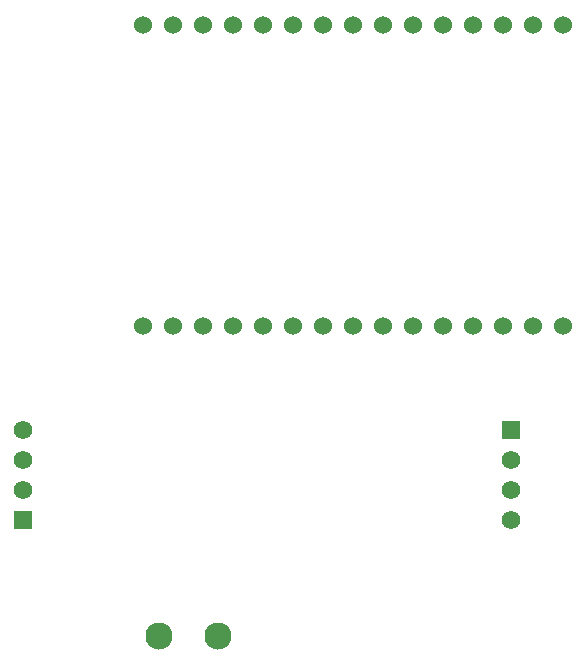
<source format=gtl>
G04 Layer: TopLayer*
G04 EasyEDA v6.5.51, 2025-10-20 22:37:19*
G04 00cfa3d97b714e56bb817cb7b1a422d8,12abd119770744df9ef097ef44d34389,10*
G04 Gerber Generator version 0.2*
G04 Scale: 100 percent, Rotated: No, Reflected: No *
G04 Dimensions in millimeters *
G04 leading zeros omitted , absolute positions ,4 integer and 5 decimal *
%FSLAX45Y45*%
%MOMM*%

%ADD10C,2.3000*%
%ADD11R,1.5748X1.5748*%
%ADD12C,1.5748*%
%ADD13C,1.5240*%
%ADD14C,0.0143*%

%LPD*%
D10*
G01*
X1718055Y-5918200D03*
G01*
X2218943Y-5918200D03*
D11*
G01*
X4701489Y-4173499D03*
D12*
G01*
X4701489Y-4427499D03*
G01*
X4701489Y-4681499D03*
G01*
X4701489Y-4935499D03*
D11*
G01*
X571500Y-4935499D03*
D12*
G01*
X571500Y-4681499D03*
G01*
X571500Y-4427499D03*
G01*
X571500Y-4173499D03*
D13*
G01*
X5143500Y-749300D03*
G01*
X4889500Y-749300D03*
G01*
X4635500Y-749300D03*
G01*
X4381500Y-749300D03*
G01*
X4127500Y-749300D03*
G01*
X3873500Y-749300D03*
G01*
X3619500Y-749300D03*
G01*
X3365500Y-749300D03*
G01*
X3111500Y-749300D03*
G01*
X2857500Y-749300D03*
G01*
X2603500Y-749300D03*
G01*
X2349500Y-749300D03*
G01*
X2095500Y-749300D03*
G01*
X1841500Y-749300D03*
G01*
X1587500Y-749300D03*
G01*
X1587500Y-3299307D03*
G01*
X1841500Y-3299307D03*
G01*
X2095500Y-3299307D03*
G01*
X2349500Y-3299307D03*
G01*
X2603500Y-3299307D03*
G01*
X2857500Y-3299307D03*
G01*
X3111500Y-3299307D03*
G01*
X3365500Y-3299307D03*
G01*
X3619500Y-3299307D03*
G01*
X3873500Y-3299307D03*
G01*
X4127500Y-3299307D03*
G01*
X4381500Y-3299307D03*
G01*
X4635500Y-3299307D03*
G01*
X5143500Y-3299307D03*
G01*
X4889500Y-3299307D03*
M02*

</source>
